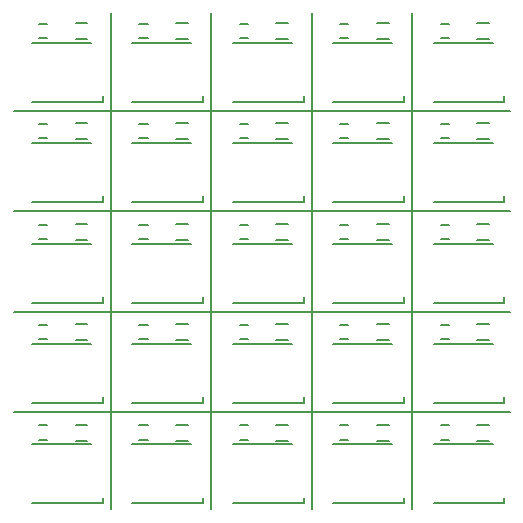
<source format=gto>
G04 #@! TF.FileFunction,Legend,Top*
%FSLAX46Y46*%
G04 Gerber Fmt 4.6, Leading zero omitted, Abs format (unit mm)*
G04 Created by KiCad (PCBNEW 4.0.2+dfsg1-stable) date Mo 06 Jun 2016 00:17:18 CEST*
%MOMM*%
G01*
G04 APERTURE LIST*
%ADD10C,0.100000*%
%ADD11C,0.200000*%
%ADD12C,0.150000*%
G04 APERTURE END LIST*
D10*
D11*
X50750000Y-18500000D02*
X50750000Y-60500000D01*
X42250000Y-60500000D02*
X42250000Y-18500000D01*
X33750000Y-18500000D02*
X33750000Y-60500000D01*
X25250000Y-60500000D02*
X25250000Y-18500000D01*
X59000000Y-52250000D02*
X17000000Y-52250000D01*
X17000000Y-43750000D02*
X59000000Y-43750000D01*
X59000000Y-35250000D02*
X17000000Y-35250000D01*
X17000000Y-26750000D02*
X59000000Y-26750000D01*
D12*
X56250000Y-53325000D02*
X57250000Y-53325000D01*
X57250000Y-54675000D02*
X56250000Y-54675000D01*
X47750000Y-53325000D02*
X48750000Y-53325000D01*
X48750000Y-54675000D02*
X47750000Y-54675000D01*
X39250000Y-53325000D02*
X40250000Y-53325000D01*
X40250000Y-54675000D02*
X39250000Y-54675000D01*
X30750000Y-53325000D02*
X31750000Y-53325000D01*
X31750000Y-54675000D02*
X30750000Y-54675000D01*
X22250000Y-53325000D02*
X23250000Y-53325000D01*
X23250000Y-54675000D02*
X22250000Y-54675000D01*
X56250000Y-44825000D02*
X57250000Y-44825000D01*
X57250000Y-46175000D02*
X56250000Y-46175000D01*
X47750000Y-44825000D02*
X48750000Y-44825000D01*
X48750000Y-46175000D02*
X47750000Y-46175000D01*
X39250000Y-44825000D02*
X40250000Y-44825000D01*
X40250000Y-46175000D02*
X39250000Y-46175000D01*
X30750000Y-44825000D02*
X31750000Y-44825000D01*
X31750000Y-46175000D02*
X30750000Y-46175000D01*
X22250000Y-44825000D02*
X23250000Y-44825000D01*
X23250000Y-46175000D02*
X22250000Y-46175000D01*
X56250000Y-36325000D02*
X57250000Y-36325000D01*
X57250000Y-37675000D02*
X56250000Y-37675000D01*
X47750000Y-36325000D02*
X48750000Y-36325000D01*
X48750000Y-37675000D02*
X47750000Y-37675000D01*
X39250000Y-36325000D02*
X40250000Y-36325000D01*
X40250000Y-37675000D02*
X39250000Y-37675000D01*
X30750000Y-36325000D02*
X31750000Y-36325000D01*
X31750000Y-37675000D02*
X30750000Y-37675000D01*
X22250000Y-36325000D02*
X23250000Y-36325000D01*
X23250000Y-37675000D02*
X22250000Y-37675000D01*
X56250000Y-27825000D02*
X57250000Y-27825000D01*
X57250000Y-29175000D02*
X56250000Y-29175000D01*
X47750000Y-27825000D02*
X48750000Y-27825000D01*
X48750000Y-29175000D02*
X47750000Y-29175000D01*
X39250000Y-27825000D02*
X40250000Y-27825000D01*
X40250000Y-29175000D02*
X39250000Y-29175000D01*
X30750000Y-27825000D02*
X31750000Y-27825000D01*
X31750000Y-29175000D02*
X30750000Y-29175000D01*
X22250000Y-27825000D02*
X23250000Y-27825000D01*
X23250000Y-29175000D02*
X22250000Y-29175000D01*
X56250000Y-19325000D02*
X57250000Y-19325000D01*
X57250000Y-20675000D02*
X56250000Y-20675000D01*
X47750000Y-19325000D02*
X48750000Y-19325000D01*
X48750000Y-20675000D02*
X47750000Y-20675000D01*
X39250000Y-19325000D02*
X40250000Y-19325000D01*
X40250000Y-20675000D02*
X39250000Y-20675000D01*
X30750000Y-19325000D02*
X31750000Y-19325000D01*
X31750000Y-20675000D02*
X30750000Y-20675000D01*
X53850000Y-54600000D02*
X53150000Y-54600000D01*
X53150000Y-53400000D02*
X53850000Y-53400000D01*
X45350000Y-54600000D02*
X44650000Y-54600000D01*
X44650000Y-53400000D02*
X45350000Y-53400000D01*
X36850000Y-54600000D02*
X36150000Y-54600000D01*
X36150000Y-53400000D02*
X36850000Y-53400000D01*
X28350000Y-54600000D02*
X27650000Y-54600000D01*
X27650000Y-53400000D02*
X28350000Y-53400000D01*
X19850000Y-54600000D02*
X19150000Y-54600000D01*
X19150000Y-53400000D02*
X19850000Y-53400000D01*
X53850000Y-46100000D02*
X53150000Y-46100000D01*
X53150000Y-44900000D02*
X53850000Y-44900000D01*
X45350000Y-46100000D02*
X44650000Y-46100000D01*
X44650000Y-44900000D02*
X45350000Y-44900000D01*
X36850000Y-46100000D02*
X36150000Y-46100000D01*
X36150000Y-44900000D02*
X36850000Y-44900000D01*
X28350000Y-46100000D02*
X27650000Y-46100000D01*
X27650000Y-44900000D02*
X28350000Y-44900000D01*
X19850000Y-46100000D02*
X19150000Y-46100000D01*
X19150000Y-44900000D02*
X19850000Y-44900000D01*
X53850000Y-37600000D02*
X53150000Y-37600000D01*
X53150000Y-36400000D02*
X53850000Y-36400000D01*
X45350000Y-37600000D02*
X44650000Y-37600000D01*
X44650000Y-36400000D02*
X45350000Y-36400000D01*
X36850000Y-37600000D02*
X36150000Y-37600000D01*
X36150000Y-36400000D02*
X36850000Y-36400000D01*
X28350000Y-37600000D02*
X27650000Y-37600000D01*
X27650000Y-36400000D02*
X28350000Y-36400000D01*
X19850000Y-37600000D02*
X19150000Y-37600000D01*
X19150000Y-36400000D02*
X19850000Y-36400000D01*
X53850000Y-29100000D02*
X53150000Y-29100000D01*
X53150000Y-27900000D02*
X53850000Y-27900000D01*
X45350000Y-29100000D02*
X44650000Y-29100000D01*
X44650000Y-27900000D02*
X45350000Y-27900000D01*
X36850000Y-29100000D02*
X36150000Y-29100000D01*
X36150000Y-27900000D02*
X36850000Y-27900000D01*
X28350000Y-29100000D02*
X27650000Y-29100000D01*
X27650000Y-27900000D02*
X28350000Y-27900000D01*
X19850000Y-29100000D02*
X19150000Y-29100000D01*
X19150000Y-27900000D02*
X19850000Y-27900000D01*
X53850000Y-20600000D02*
X53150000Y-20600000D01*
X53150000Y-19400000D02*
X53850000Y-19400000D01*
X45350000Y-20600000D02*
X44650000Y-20600000D01*
X44650000Y-19400000D02*
X45350000Y-19400000D01*
X36850000Y-20600000D02*
X36150000Y-20600000D01*
X36150000Y-19400000D02*
X36850000Y-19400000D01*
X28350000Y-20600000D02*
X27650000Y-20600000D01*
X27650000Y-19400000D02*
X28350000Y-19400000D01*
X58550000Y-60000000D02*
X58550000Y-59500000D01*
X57550000Y-60000000D02*
X58550000Y-60000000D01*
X57550000Y-60000000D02*
X57550000Y-60000000D01*
X52550000Y-60000000D02*
X57550000Y-60000000D01*
X52550000Y-55000000D02*
X57550000Y-55000000D01*
X50050000Y-60000000D02*
X50050000Y-59500000D01*
X49050000Y-60000000D02*
X50050000Y-60000000D01*
X49050000Y-60000000D02*
X49050000Y-60000000D01*
X44050000Y-60000000D02*
X49050000Y-60000000D01*
X44050000Y-55000000D02*
X49050000Y-55000000D01*
X41550000Y-60000000D02*
X41550000Y-59500000D01*
X40550000Y-60000000D02*
X41550000Y-60000000D01*
X40550000Y-60000000D02*
X40550000Y-60000000D01*
X35550000Y-60000000D02*
X40550000Y-60000000D01*
X35550000Y-55000000D02*
X40550000Y-55000000D01*
X33050000Y-60000000D02*
X33050000Y-59500000D01*
X32050000Y-60000000D02*
X33050000Y-60000000D01*
X32050000Y-60000000D02*
X32050000Y-60000000D01*
X27050000Y-60000000D02*
X32050000Y-60000000D01*
X27050000Y-55000000D02*
X32050000Y-55000000D01*
X24550000Y-60000000D02*
X24550000Y-59500000D01*
X23550000Y-60000000D02*
X24550000Y-60000000D01*
X23550000Y-60000000D02*
X23550000Y-60000000D01*
X18550000Y-60000000D02*
X23550000Y-60000000D01*
X18550000Y-55000000D02*
X23550000Y-55000000D01*
X58550000Y-51500000D02*
X58550000Y-51000000D01*
X57550000Y-51500000D02*
X58550000Y-51500000D01*
X57550000Y-51500000D02*
X57550000Y-51500000D01*
X52550000Y-51500000D02*
X57550000Y-51500000D01*
X52550000Y-46500000D02*
X57550000Y-46500000D01*
X50050000Y-51500000D02*
X50050000Y-51000000D01*
X49050000Y-51500000D02*
X50050000Y-51500000D01*
X49050000Y-51500000D02*
X49050000Y-51500000D01*
X44050000Y-51500000D02*
X49050000Y-51500000D01*
X44050000Y-46500000D02*
X49050000Y-46500000D01*
X41550000Y-51500000D02*
X41550000Y-51000000D01*
X40550000Y-51500000D02*
X41550000Y-51500000D01*
X40550000Y-51500000D02*
X40550000Y-51500000D01*
X35550000Y-51500000D02*
X40550000Y-51500000D01*
X35550000Y-46500000D02*
X40550000Y-46500000D01*
X33050000Y-51500000D02*
X33050000Y-51000000D01*
X32050000Y-51500000D02*
X33050000Y-51500000D01*
X32050000Y-51500000D02*
X32050000Y-51500000D01*
X27050000Y-51500000D02*
X32050000Y-51500000D01*
X27050000Y-46500000D02*
X32050000Y-46500000D01*
X24550000Y-51500000D02*
X24550000Y-51000000D01*
X23550000Y-51500000D02*
X24550000Y-51500000D01*
X23550000Y-51500000D02*
X23550000Y-51500000D01*
X18550000Y-51500000D02*
X23550000Y-51500000D01*
X18550000Y-46500000D02*
X23550000Y-46500000D01*
X58550000Y-43000000D02*
X58550000Y-42500000D01*
X57550000Y-43000000D02*
X58550000Y-43000000D01*
X57550000Y-43000000D02*
X57550000Y-43000000D01*
X52550000Y-43000000D02*
X57550000Y-43000000D01*
X52550000Y-38000000D02*
X57550000Y-38000000D01*
X50050000Y-43000000D02*
X50050000Y-42500000D01*
X49050000Y-43000000D02*
X50050000Y-43000000D01*
X49050000Y-43000000D02*
X49050000Y-43000000D01*
X44050000Y-43000000D02*
X49050000Y-43000000D01*
X44050000Y-38000000D02*
X49050000Y-38000000D01*
X41550000Y-43000000D02*
X41550000Y-42500000D01*
X40550000Y-43000000D02*
X41550000Y-43000000D01*
X40550000Y-43000000D02*
X40550000Y-43000000D01*
X35550000Y-43000000D02*
X40550000Y-43000000D01*
X35550000Y-38000000D02*
X40550000Y-38000000D01*
X33050000Y-43000000D02*
X33050000Y-42500000D01*
X32050000Y-43000000D02*
X33050000Y-43000000D01*
X32050000Y-43000000D02*
X32050000Y-43000000D01*
X27050000Y-43000000D02*
X32050000Y-43000000D01*
X27050000Y-38000000D02*
X32050000Y-38000000D01*
X24550000Y-43000000D02*
X24550000Y-42500000D01*
X23550000Y-43000000D02*
X24550000Y-43000000D01*
X23550000Y-43000000D02*
X23550000Y-43000000D01*
X18550000Y-43000000D02*
X23550000Y-43000000D01*
X18550000Y-38000000D02*
X23550000Y-38000000D01*
X58550000Y-34500000D02*
X58550000Y-34000000D01*
X57550000Y-34500000D02*
X58550000Y-34500000D01*
X57550000Y-34500000D02*
X57550000Y-34500000D01*
X52550000Y-34500000D02*
X57550000Y-34500000D01*
X52550000Y-29500000D02*
X57550000Y-29500000D01*
X50050000Y-34500000D02*
X50050000Y-34000000D01*
X49050000Y-34500000D02*
X50050000Y-34500000D01*
X49050000Y-34500000D02*
X49050000Y-34500000D01*
X44050000Y-34500000D02*
X49050000Y-34500000D01*
X44050000Y-29500000D02*
X49050000Y-29500000D01*
X41550000Y-34500000D02*
X41550000Y-34000000D01*
X40550000Y-34500000D02*
X41550000Y-34500000D01*
X40550000Y-34500000D02*
X40550000Y-34500000D01*
X35550000Y-34500000D02*
X40550000Y-34500000D01*
X35550000Y-29500000D02*
X40550000Y-29500000D01*
X33050000Y-34500000D02*
X33050000Y-34000000D01*
X32050000Y-34500000D02*
X33050000Y-34500000D01*
X32050000Y-34500000D02*
X32050000Y-34500000D01*
X27050000Y-34500000D02*
X32050000Y-34500000D01*
X27050000Y-29500000D02*
X32050000Y-29500000D01*
X24550000Y-34500000D02*
X24550000Y-34000000D01*
X23550000Y-34500000D02*
X24550000Y-34500000D01*
X23550000Y-34500000D02*
X23550000Y-34500000D01*
X18550000Y-34500000D02*
X23550000Y-34500000D01*
X18550000Y-29500000D02*
X23550000Y-29500000D01*
X58550000Y-26000000D02*
X58550000Y-25500000D01*
X57550000Y-26000000D02*
X58550000Y-26000000D01*
X57550000Y-26000000D02*
X57550000Y-26000000D01*
X52550000Y-26000000D02*
X57550000Y-26000000D01*
X52550000Y-21000000D02*
X57550000Y-21000000D01*
X50050000Y-26000000D02*
X50050000Y-25500000D01*
X49050000Y-26000000D02*
X50050000Y-26000000D01*
X49050000Y-26000000D02*
X49050000Y-26000000D01*
X44050000Y-26000000D02*
X49050000Y-26000000D01*
X44050000Y-21000000D02*
X49050000Y-21000000D01*
X41550000Y-26000000D02*
X41550000Y-25500000D01*
X40550000Y-26000000D02*
X41550000Y-26000000D01*
X40550000Y-26000000D02*
X40550000Y-26000000D01*
X35550000Y-26000000D02*
X40550000Y-26000000D01*
X35550000Y-21000000D02*
X40550000Y-21000000D01*
X33050000Y-26000000D02*
X33050000Y-25500000D01*
X32050000Y-26000000D02*
X33050000Y-26000000D01*
X32050000Y-26000000D02*
X32050000Y-26000000D01*
X27050000Y-26000000D02*
X32050000Y-26000000D01*
X27050000Y-21000000D02*
X32050000Y-21000000D01*
X19850000Y-20600000D02*
X19150000Y-20600000D01*
X19150000Y-19400000D02*
X19850000Y-19400000D01*
X24550000Y-26000000D02*
X24550000Y-25500000D01*
X23550000Y-26000000D02*
X24550000Y-26000000D01*
X23550000Y-26000000D02*
X23550000Y-26000000D01*
X18550000Y-26000000D02*
X23550000Y-26000000D01*
X18550000Y-21000000D02*
X23550000Y-21000000D01*
X22250000Y-19325000D02*
X23250000Y-19325000D01*
X23250000Y-20675000D02*
X22250000Y-20675000D01*
M02*

</source>
